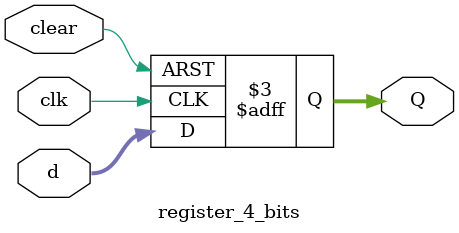
<source format=v>
module register_4_bits(
	input clk, 
	input clear,  
	input [7:0] d, 
	output reg [7:0] Q 
);

always @(posedge clk, posedge clear) 
	begin
		if(clear==1'b1)
			Q <= 8'h00; 
		else 
			Q <= d; 
	end 
endmodule 
</source>
